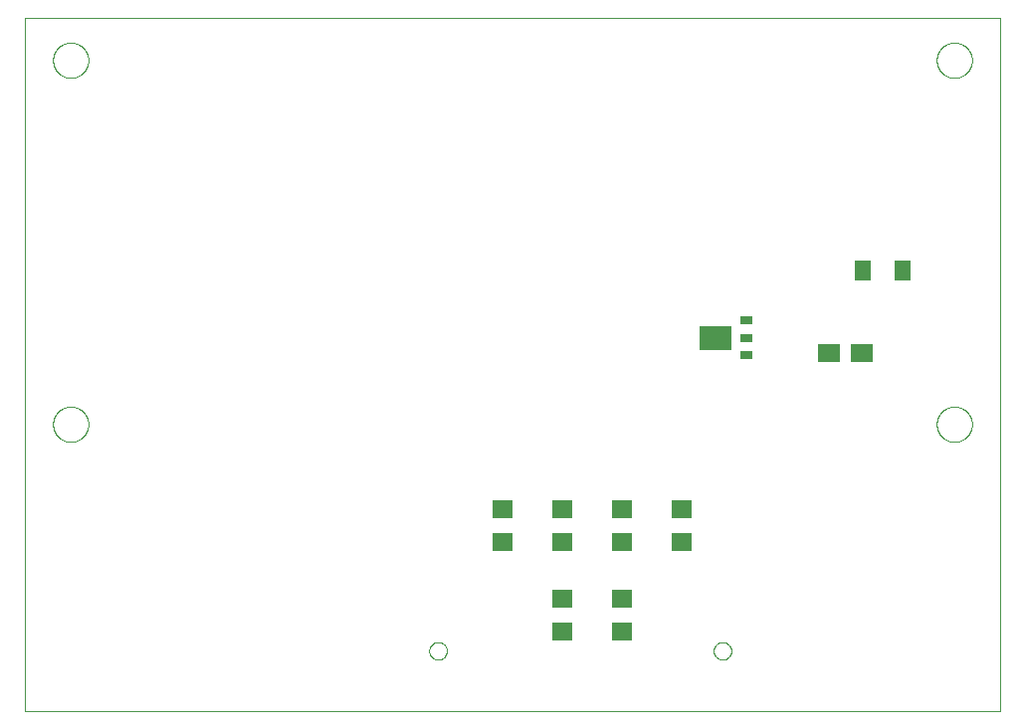
<source format=gbp>
G75*
%MOIN*%
%OFA0B0*%
%FSLAX25Y25*%
%IPPOS*%
%LPD*%
%AMOC8*
5,1,8,0,0,1.08239X$1,22.5*
%
%ADD10C,0.00000*%
%ADD11R,0.07677X0.05906*%
%ADD12R,0.05512X0.07087*%
%ADD13R,0.04331X0.02756*%
%ADD14R,0.11024X0.07874*%
%ADD15R,0.07087X0.06299*%
D10*
X0001500Y0001500D02*
X0001500Y0233783D01*
X0328272Y0233783D01*
X0328272Y0001500D01*
X0001500Y0001500D01*
X0011094Y0097500D02*
X0011096Y0097653D01*
X0011102Y0097807D01*
X0011112Y0097960D01*
X0011126Y0098112D01*
X0011144Y0098265D01*
X0011166Y0098416D01*
X0011191Y0098567D01*
X0011221Y0098718D01*
X0011255Y0098868D01*
X0011292Y0099016D01*
X0011333Y0099164D01*
X0011378Y0099310D01*
X0011427Y0099456D01*
X0011480Y0099600D01*
X0011536Y0099742D01*
X0011596Y0099883D01*
X0011660Y0100023D01*
X0011727Y0100161D01*
X0011798Y0100297D01*
X0011873Y0100431D01*
X0011950Y0100563D01*
X0012032Y0100693D01*
X0012116Y0100821D01*
X0012204Y0100947D01*
X0012295Y0101070D01*
X0012389Y0101191D01*
X0012487Y0101309D01*
X0012587Y0101425D01*
X0012691Y0101538D01*
X0012797Y0101649D01*
X0012906Y0101757D01*
X0013018Y0101862D01*
X0013132Y0101963D01*
X0013250Y0102062D01*
X0013369Y0102158D01*
X0013491Y0102251D01*
X0013616Y0102340D01*
X0013743Y0102427D01*
X0013872Y0102509D01*
X0014003Y0102589D01*
X0014136Y0102665D01*
X0014271Y0102738D01*
X0014408Y0102807D01*
X0014547Y0102872D01*
X0014687Y0102934D01*
X0014829Y0102992D01*
X0014972Y0103047D01*
X0015117Y0103098D01*
X0015263Y0103145D01*
X0015410Y0103188D01*
X0015558Y0103227D01*
X0015707Y0103263D01*
X0015857Y0103294D01*
X0016008Y0103322D01*
X0016159Y0103346D01*
X0016312Y0103366D01*
X0016464Y0103382D01*
X0016617Y0103394D01*
X0016770Y0103402D01*
X0016923Y0103406D01*
X0017077Y0103406D01*
X0017230Y0103402D01*
X0017383Y0103394D01*
X0017536Y0103382D01*
X0017688Y0103366D01*
X0017841Y0103346D01*
X0017992Y0103322D01*
X0018143Y0103294D01*
X0018293Y0103263D01*
X0018442Y0103227D01*
X0018590Y0103188D01*
X0018737Y0103145D01*
X0018883Y0103098D01*
X0019028Y0103047D01*
X0019171Y0102992D01*
X0019313Y0102934D01*
X0019453Y0102872D01*
X0019592Y0102807D01*
X0019729Y0102738D01*
X0019864Y0102665D01*
X0019997Y0102589D01*
X0020128Y0102509D01*
X0020257Y0102427D01*
X0020384Y0102340D01*
X0020509Y0102251D01*
X0020631Y0102158D01*
X0020750Y0102062D01*
X0020868Y0101963D01*
X0020982Y0101862D01*
X0021094Y0101757D01*
X0021203Y0101649D01*
X0021309Y0101538D01*
X0021413Y0101425D01*
X0021513Y0101309D01*
X0021611Y0101191D01*
X0021705Y0101070D01*
X0021796Y0100947D01*
X0021884Y0100821D01*
X0021968Y0100693D01*
X0022050Y0100563D01*
X0022127Y0100431D01*
X0022202Y0100297D01*
X0022273Y0100161D01*
X0022340Y0100023D01*
X0022404Y0099883D01*
X0022464Y0099742D01*
X0022520Y0099600D01*
X0022573Y0099456D01*
X0022622Y0099310D01*
X0022667Y0099164D01*
X0022708Y0099016D01*
X0022745Y0098868D01*
X0022779Y0098718D01*
X0022809Y0098567D01*
X0022834Y0098416D01*
X0022856Y0098265D01*
X0022874Y0098112D01*
X0022888Y0097960D01*
X0022898Y0097807D01*
X0022904Y0097653D01*
X0022906Y0097500D01*
X0022904Y0097347D01*
X0022898Y0097193D01*
X0022888Y0097040D01*
X0022874Y0096888D01*
X0022856Y0096735D01*
X0022834Y0096584D01*
X0022809Y0096433D01*
X0022779Y0096282D01*
X0022745Y0096132D01*
X0022708Y0095984D01*
X0022667Y0095836D01*
X0022622Y0095690D01*
X0022573Y0095544D01*
X0022520Y0095400D01*
X0022464Y0095258D01*
X0022404Y0095117D01*
X0022340Y0094977D01*
X0022273Y0094839D01*
X0022202Y0094703D01*
X0022127Y0094569D01*
X0022050Y0094437D01*
X0021968Y0094307D01*
X0021884Y0094179D01*
X0021796Y0094053D01*
X0021705Y0093930D01*
X0021611Y0093809D01*
X0021513Y0093691D01*
X0021413Y0093575D01*
X0021309Y0093462D01*
X0021203Y0093351D01*
X0021094Y0093243D01*
X0020982Y0093138D01*
X0020868Y0093037D01*
X0020750Y0092938D01*
X0020631Y0092842D01*
X0020509Y0092749D01*
X0020384Y0092660D01*
X0020257Y0092573D01*
X0020128Y0092491D01*
X0019997Y0092411D01*
X0019864Y0092335D01*
X0019729Y0092262D01*
X0019592Y0092193D01*
X0019453Y0092128D01*
X0019313Y0092066D01*
X0019171Y0092008D01*
X0019028Y0091953D01*
X0018883Y0091902D01*
X0018737Y0091855D01*
X0018590Y0091812D01*
X0018442Y0091773D01*
X0018293Y0091737D01*
X0018143Y0091706D01*
X0017992Y0091678D01*
X0017841Y0091654D01*
X0017688Y0091634D01*
X0017536Y0091618D01*
X0017383Y0091606D01*
X0017230Y0091598D01*
X0017077Y0091594D01*
X0016923Y0091594D01*
X0016770Y0091598D01*
X0016617Y0091606D01*
X0016464Y0091618D01*
X0016312Y0091634D01*
X0016159Y0091654D01*
X0016008Y0091678D01*
X0015857Y0091706D01*
X0015707Y0091737D01*
X0015558Y0091773D01*
X0015410Y0091812D01*
X0015263Y0091855D01*
X0015117Y0091902D01*
X0014972Y0091953D01*
X0014829Y0092008D01*
X0014687Y0092066D01*
X0014547Y0092128D01*
X0014408Y0092193D01*
X0014271Y0092262D01*
X0014136Y0092335D01*
X0014003Y0092411D01*
X0013872Y0092491D01*
X0013743Y0092573D01*
X0013616Y0092660D01*
X0013491Y0092749D01*
X0013369Y0092842D01*
X0013250Y0092938D01*
X0013132Y0093037D01*
X0013018Y0093138D01*
X0012906Y0093243D01*
X0012797Y0093351D01*
X0012691Y0093462D01*
X0012587Y0093575D01*
X0012487Y0093691D01*
X0012389Y0093809D01*
X0012295Y0093930D01*
X0012204Y0094053D01*
X0012116Y0094179D01*
X0012032Y0094307D01*
X0011950Y0094437D01*
X0011873Y0094569D01*
X0011798Y0094703D01*
X0011727Y0094839D01*
X0011660Y0094977D01*
X0011596Y0095117D01*
X0011536Y0095258D01*
X0011480Y0095400D01*
X0011427Y0095544D01*
X0011378Y0095690D01*
X0011333Y0095836D01*
X0011292Y0095984D01*
X0011255Y0096132D01*
X0011221Y0096282D01*
X0011191Y0096433D01*
X0011166Y0096584D01*
X0011144Y0096735D01*
X0011126Y0096888D01*
X0011112Y0097040D01*
X0011102Y0097193D01*
X0011096Y0097347D01*
X0011094Y0097500D01*
X0137090Y0021541D02*
X0137092Y0021649D01*
X0137098Y0021758D01*
X0137108Y0021866D01*
X0137122Y0021973D01*
X0137140Y0022080D01*
X0137161Y0022187D01*
X0137187Y0022292D01*
X0137217Y0022397D01*
X0137250Y0022500D01*
X0137287Y0022602D01*
X0137328Y0022702D01*
X0137372Y0022801D01*
X0137421Y0022899D01*
X0137472Y0022994D01*
X0137527Y0023087D01*
X0137586Y0023179D01*
X0137648Y0023268D01*
X0137713Y0023355D01*
X0137781Y0023439D01*
X0137852Y0023521D01*
X0137926Y0023600D01*
X0138003Y0023676D01*
X0138083Y0023750D01*
X0138166Y0023820D01*
X0138251Y0023888D01*
X0138338Y0023952D01*
X0138428Y0024013D01*
X0138520Y0024071D01*
X0138614Y0024125D01*
X0138710Y0024176D01*
X0138807Y0024223D01*
X0138907Y0024267D01*
X0139008Y0024307D01*
X0139110Y0024343D01*
X0139213Y0024375D01*
X0139318Y0024404D01*
X0139424Y0024428D01*
X0139530Y0024449D01*
X0139637Y0024466D01*
X0139745Y0024479D01*
X0139853Y0024488D01*
X0139962Y0024493D01*
X0140070Y0024494D01*
X0140179Y0024491D01*
X0140287Y0024484D01*
X0140395Y0024473D01*
X0140502Y0024458D01*
X0140609Y0024439D01*
X0140715Y0024416D01*
X0140820Y0024390D01*
X0140925Y0024359D01*
X0141027Y0024325D01*
X0141129Y0024287D01*
X0141229Y0024245D01*
X0141328Y0024200D01*
X0141425Y0024151D01*
X0141519Y0024098D01*
X0141612Y0024042D01*
X0141703Y0023983D01*
X0141792Y0023920D01*
X0141878Y0023855D01*
X0141962Y0023786D01*
X0142043Y0023714D01*
X0142121Y0023639D01*
X0142197Y0023561D01*
X0142270Y0023480D01*
X0142340Y0023397D01*
X0142406Y0023312D01*
X0142470Y0023224D01*
X0142530Y0023133D01*
X0142587Y0023041D01*
X0142640Y0022946D01*
X0142690Y0022850D01*
X0142736Y0022752D01*
X0142779Y0022652D01*
X0142818Y0022551D01*
X0142853Y0022448D01*
X0142885Y0022345D01*
X0142912Y0022240D01*
X0142936Y0022134D01*
X0142956Y0022027D01*
X0142972Y0021920D01*
X0142984Y0021812D01*
X0142992Y0021704D01*
X0142996Y0021595D01*
X0142996Y0021487D01*
X0142992Y0021378D01*
X0142984Y0021270D01*
X0142972Y0021162D01*
X0142956Y0021055D01*
X0142936Y0020948D01*
X0142912Y0020842D01*
X0142885Y0020737D01*
X0142853Y0020634D01*
X0142818Y0020531D01*
X0142779Y0020430D01*
X0142736Y0020330D01*
X0142690Y0020232D01*
X0142640Y0020136D01*
X0142587Y0020041D01*
X0142530Y0019949D01*
X0142470Y0019858D01*
X0142406Y0019770D01*
X0142340Y0019685D01*
X0142270Y0019602D01*
X0142197Y0019521D01*
X0142121Y0019443D01*
X0142043Y0019368D01*
X0141962Y0019296D01*
X0141878Y0019227D01*
X0141792Y0019162D01*
X0141703Y0019099D01*
X0141612Y0019040D01*
X0141520Y0018984D01*
X0141425Y0018931D01*
X0141328Y0018882D01*
X0141229Y0018837D01*
X0141129Y0018795D01*
X0141027Y0018757D01*
X0140925Y0018723D01*
X0140820Y0018692D01*
X0140715Y0018666D01*
X0140609Y0018643D01*
X0140502Y0018624D01*
X0140395Y0018609D01*
X0140287Y0018598D01*
X0140179Y0018591D01*
X0140070Y0018588D01*
X0139962Y0018589D01*
X0139853Y0018594D01*
X0139745Y0018603D01*
X0139637Y0018616D01*
X0139530Y0018633D01*
X0139424Y0018654D01*
X0139318Y0018678D01*
X0139213Y0018707D01*
X0139110Y0018739D01*
X0139008Y0018775D01*
X0138907Y0018815D01*
X0138807Y0018859D01*
X0138710Y0018906D01*
X0138614Y0018957D01*
X0138520Y0019011D01*
X0138428Y0019069D01*
X0138338Y0019130D01*
X0138251Y0019194D01*
X0138166Y0019262D01*
X0138083Y0019332D01*
X0138003Y0019406D01*
X0137926Y0019482D01*
X0137852Y0019561D01*
X0137781Y0019643D01*
X0137713Y0019727D01*
X0137648Y0019814D01*
X0137586Y0019903D01*
X0137527Y0019995D01*
X0137472Y0020088D01*
X0137421Y0020183D01*
X0137372Y0020281D01*
X0137328Y0020380D01*
X0137287Y0020480D01*
X0137250Y0020582D01*
X0137217Y0020685D01*
X0137187Y0020790D01*
X0137161Y0020895D01*
X0137140Y0021002D01*
X0137122Y0021109D01*
X0137108Y0021216D01*
X0137098Y0021324D01*
X0137092Y0021433D01*
X0137090Y0021541D01*
X0232366Y0021541D02*
X0232368Y0021649D01*
X0232374Y0021758D01*
X0232384Y0021866D01*
X0232398Y0021973D01*
X0232416Y0022080D01*
X0232437Y0022187D01*
X0232463Y0022292D01*
X0232493Y0022397D01*
X0232526Y0022500D01*
X0232563Y0022602D01*
X0232604Y0022702D01*
X0232648Y0022801D01*
X0232697Y0022899D01*
X0232748Y0022994D01*
X0232803Y0023087D01*
X0232862Y0023179D01*
X0232924Y0023268D01*
X0232989Y0023355D01*
X0233057Y0023439D01*
X0233128Y0023521D01*
X0233202Y0023600D01*
X0233279Y0023676D01*
X0233359Y0023750D01*
X0233442Y0023820D01*
X0233527Y0023888D01*
X0233614Y0023952D01*
X0233704Y0024013D01*
X0233796Y0024071D01*
X0233890Y0024125D01*
X0233986Y0024176D01*
X0234083Y0024223D01*
X0234183Y0024267D01*
X0234284Y0024307D01*
X0234386Y0024343D01*
X0234489Y0024375D01*
X0234594Y0024404D01*
X0234700Y0024428D01*
X0234806Y0024449D01*
X0234913Y0024466D01*
X0235021Y0024479D01*
X0235129Y0024488D01*
X0235238Y0024493D01*
X0235346Y0024494D01*
X0235455Y0024491D01*
X0235563Y0024484D01*
X0235671Y0024473D01*
X0235778Y0024458D01*
X0235885Y0024439D01*
X0235991Y0024416D01*
X0236096Y0024390D01*
X0236201Y0024359D01*
X0236303Y0024325D01*
X0236405Y0024287D01*
X0236505Y0024245D01*
X0236604Y0024200D01*
X0236701Y0024151D01*
X0236795Y0024098D01*
X0236888Y0024042D01*
X0236979Y0023983D01*
X0237068Y0023920D01*
X0237154Y0023855D01*
X0237238Y0023786D01*
X0237319Y0023714D01*
X0237397Y0023639D01*
X0237473Y0023561D01*
X0237546Y0023480D01*
X0237616Y0023397D01*
X0237682Y0023312D01*
X0237746Y0023224D01*
X0237806Y0023133D01*
X0237863Y0023041D01*
X0237916Y0022946D01*
X0237966Y0022850D01*
X0238012Y0022752D01*
X0238055Y0022652D01*
X0238094Y0022551D01*
X0238129Y0022448D01*
X0238161Y0022345D01*
X0238188Y0022240D01*
X0238212Y0022134D01*
X0238232Y0022027D01*
X0238248Y0021920D01*
X0238260Y0021812D01*
X0238268Y0021704D01*
X0238272Y0021595D01*
X0238272Y0021487D01*
X0238268Y0021378D01*
X0238260Y0021270D01*
X0238248Y0021162D01*
X0238232Y0021055D01*
X0238212Y0020948D01*
X0238188Y0020842D01*
X0238161Y0020737D01*
X0238129Y0020634D01*
X0238094Y0020531D01*
X0238055Y0020430D01*
X0238012Y0020330D01*
X0237966Y0020232D01*
X0237916Y0020136D01*
X0237863Y0020041D01*
X0237806Y0019949D01*
X0237746Y0019858D01*
X0237682Y0019770D01*
X0237616Y0019685D01*
X0237546Y0019602D01*
X0237473Y0019521D01*
X0237397Y0019443D01*
X0237319Y0019368D01*
X0237238Y0019296D01*
X0237154Y0019227D01*
X0237068Y0019162D01*
X0236979Y0019099D01*
X0236888Y0019040D01*
X0236796Y0018984D01*
X0236701Y0018931D01*
X0236604Y0018882D01*
X0236505Y0018837D01*
X0236405Y0018795D01*
X0236303Y0018757D01*
X0236201Y0018723D01*
X0236096Y0018692D01*
X0235991Y0018666D01*
X0235885Y0018643D01*
X0235778Y0018624D01*
X0235671Y0018609D01*
X0235563Y0018598D01*
X0235455Y0018591D01*
X0235346Y0018588D01*
X0235238Y0018589D01*
X0235129Y0018594D01*
X0235021Y0018603D01*
X0234913Y0018616D01*
X0234806Y0018633D01*
X0234700Y0018654D01*
X0234594Y0018678D01*
X0234489Y0018707D01*
X0234386Y0018739D01*
X0234284Y0018775D01*
X0234183Y0018815D01*
X0234083Y0018859D01*
X0233986Y0018906D01*
X0233890Y0018957D01*
X0233796Y0019011D01*
X0233704Y0019069D01*
X0233614Y0019130D01*
X0233527Y0019194D01*
X0233442Y0019262D01*
X0233359Y0019332D01*
X0233279Y0019406D01*
X0233202Y0019482D01*
X0233128Y0019561D01*
X0233057Y0019643D01*
X0232989Y0019727D01*
X0232924Y0019814D01*
X0232862Y0019903D01*
X0232803Y0019995D01*
X0232748Y0020088D01*
X0232697Y0020183D01*
X0232648Y0020281D01*
X0232604Y0020380D01*
X0232563Y0020480D01*
X0232526Y0020582D01*
X0232493Y0020685D01*
X0232463Y0020790D01*
X0232437Y0020895D01*
X0232416Y0021002D01*
X0232398Y0021109D01*
X0232384Y0021216D01*
X0232374Y0021324D01*
X0232368Y0021433D01*
X0232366Y0021541D01*
X0307094Y0097500D02*
X0307096Y0097653D01*
X0307102Y0097807D01*
X0307112Y0097960D01*
X0307126Y0098112D01*
X0307144Y0098265D01*
X0307166Y0098416D01*
X0307191Y0098567D01*
X0307221Y0098718D01*
X0307255Y0098868D01*
X0307292Y0099016D01*
X0307333Y0099164D01*
X0307378Y0099310D01*
X0307427Y0099456D01*
X0307480Y0099600D01*
X0307536Y0099742D01*
X0307596Y0099883D01*
X0307660Y0100023D01*
X0307727Y0100161D01*
X0307798Y0100297D01*
X0307873Y0100431D01*
X0307950Y0100563D01*
X0308032Y0100693D01*
X0308116Y0100821D01*
X0308204Y0100947D01*
X0308295Y0101070D01*
X0308389Y0101191D01*
X0308487Y0101309D01*
X0308587Y0101425D01*
X0308691Y0101538D01*
X0308797Y0101649D01*
X0308906Y0101757D01*
X0309018Y0101862D01*
X0309132Y0101963D01*
X0309250Y0102062D01*
X0309369Y0102158D01*
X0309491Y0102251D01*
X0309616Y0102340D01*
X0309743Y0102427D01*
X0309872Y0102509D01*
X0310003Y0102589D01*
X0310136Y0102665D01*
X0310271Y0102738D01*
X0310408Y0102807D01*
X0310547Y0102872D01*
X0310687Y0102934D01*
X0310829Y0102992D01*
X0310972Y0103047D01*
X0311117Y0103098D01*
X0311263Y0103145D01*
X0311410Y0103188D01*
X0311558Y0103227D01*
X0311707Y0103263D01*
X0311857Y0103294D01*
X0312008Y0103322D01*
X0312159Y0103346D01*
X0312312Y0103366D01*
X0312464Y0103382D01*
X0312617Y0103394D01*
X0312770Y0103402D01*
X0312923Y0103406D01*
X0313077Y0103406D01*
X0313230Y0103402D01*
X0313383Y0103394D01*
X0313536Y0103382D01*
X0313688Y0103366D01*
X0313841Y0103346D01*
X0313992Y0103322D01*
X0314143Y0103294D01*
X0314293Y0103263D01*
X0314442Y0103227D01*
X0314590Y0103188D01*
X0314737Y0103145D01*
X0314883Y0103098D01*
X0315028Y0103047D01*
X0315171Y0102992D01*
X0315313Y0102934D01*
X0315453Y0102872D01*
X0315592Y0102807D01*
X0315729Y0102738D01*
X0315864Y0102665D01*
X0315997Y0102589D01*
X0316128Y0102509D01*
X0316257Y0102427D01*
X0316384Y0102340D01*
X0316509Y0102251D01*
X0316631Y0102158D01*
X0316750Y0102062D01*
X0316868Y0101963D01*
X0316982Y0101862D01*
X0317094Y0101757D01*
X0317203Y0101649D01*
X0317309Y0101538D01*
X0317413Y0101425D01*
X0317513Y0101309D01*
X0317611Y0101191D01*
X0317705Y0101070D01*
X0317796Y0100947D01*
X0317884Y0100821D01*
X0317968Y0100693D01*
X0318050Y0100563D01*
X0318127Y0100431D01*
X0318202Y0100297D01*
X0318273Y0100161D01*
X0318340Y0100023D01*
X0318404Y0099883D01*
X0318464Y0099742D01*
X0318520Y0099600D01*
X0318573Y0099456D01*
X0318622Y0099310D01*
X0318667Y0099164D01*
X0318708Y0099016D01*
X0318745Y0098868D01*
X0318779Y0098718D01*
X0318809Y0098567D01*
X0318834Y0098416D01*
X0318856Y0098265D01*
X0318874Y0098112D01*
X0318888Y0097960D01*
X0318898Y0097807D01*
X0318904Y0097653D01*
X0318906Y0097500D01*
X0318904Y0097347D01*
X0318898Y0097193D01*
X0318888Y0097040D01*
X0318874Y0096888D01*
X0318856Y0096735D01*
X0318834Y0096584D01*
X0318809Y0096433D01*
X0318779Y0096282D01*
X0318745Y0096132D01*
X0318708Y0095984D01*
X0318667Y0095836D01*
X0318622Y0095690D01*
X0318573Y0095544D01*
X0318520Y0095400D01*
X0318464Y0095258D01*
X0318404Y0095117D01*
X0318340Y0094977D01*
X0318273Y0094839D01*
X0318202Y0094703D01*
X0318127Y0094569D01*
X0318050Y0094437D01*
X0317968Y0094307D01*
X0317884Y0094179D01*
X0317796Y0094053D01*
X0317705Y0093930D01*
X0317611Y0093809D01*
X0317513Y0093691D01*
X0317413Y0093575D01*
X0317309Y0093462D01*
X0317203Y0093351D01*
X0317094Y0093243D01*
X0316982Y0093138D01*
X0316868Y0093037D01*
X0316750Y0092938D01*
X0316631Y0092842D01*
X0316509Y0092749D01*
X0316384Y0092660D01*
X0316257Y0092573D01*
X0316128Y0092491D01*
X0315997Y0092411D01*
X0315864Y0092335D01*
X0315729Y0092262D01*
X0315592Y0092193D01*
X0315453Y0092128D01*
X0315313Y0092066D01*
X0315171Y0092008D01*
X0315028Y0091953D01*
X0314883Y0091902D01*
X0314737Y0091855D01*
X0314590Y0091812D01*
X0314442Y0091773D01*
X0314293Y0091737D01*
X0314143Y0091706D01*
X0313992Y0091678D01*
X0313841Y0091654D01*
X0313688Y0091634D01*
X0313536Y0091618D01*
X0313383Y0091606D01*
X0313230Y0091598D01*
X0313077Y0091594D01*
X0312923Y0091594D01*
X0312770Y0091598D01*
X0312617Y0091606D01*
X0312464Y0091618D01*
X0312312Y0091634D01*
X0312159Y0091654D01*
X0312008Y0091678D01*
X0311857Y0091706D01*
X0311707Y0091737D01*
X0311558Y0091773D01*
X0311410Y0091812D01*
X0311263Y0091855D01*
X0311117Y0091902D01*
X0310972Y0091953D01*
X0310829Y0092008D01*
X0310687Y0092066D01*
X0310547Y0092128D01*
X0310408Y0092193D01*
X0310271Y0092262D01*
X0310136Y0092335D01*
X0310003Y0092411D01*
X0309872Y0092491D01*
X0309743Y0092573D01*
X0309616Y0092660D01*
X0309491Y0092749D01*
X0309369Y0092842D01*
X0309250Y0092938D01*
X0309132Y0093037D01*
X0309018Y0093138D01*
X0308906Y0093243D01*
X0308797Y0093351D01*
X0308691Y0093462D01*
X0308587Y0093575D01*
X0308487Y0093691D01*
X0308389Y0093809D01*
X0308295Y0093930D01*
X0308204Y0094053D01*
X0308116Y0094179D01*
X0308032Y0094307D01*
X0307950Y0094437D01*
X0307873Y0094569D01*
X0307798Y0094703D01*
X0307727Y0094839D01*
X0307660Y0094977D01*
X0307596Y0095117D01*
X0307536Y0095258D01*
X0307480Y0095400D01*
X0307427Y0095544D01*
X0307378Y0095690D01*
X0307333Y0095836D01*
X0307292Y0095984D01*
X0307255Y0096132D01*
X0307221Y0096282D01*
X0307191Y0096433D01*
X0307166Y0096584D01*
X0307144Y0096735D01*
X0307126Y0096888D01*
X0307112Y0097040D01*
X0307102Y0097193D01*
X0307096Y0097347D01*
X0307094Y0097500D01*
X0307094Y0219500D02*
X0307096Y0219653D01*
X0307102Y0219807D01*
X0307112Y0219960D01*
X0307126Y0220112D01*
X0307144Y0220265D01*
X0307166Y0220416D01*
X0307191Y0220567D01*
X0307221Y0220718D01*
X0307255Y0220868D01*
X0307292Y0221016D01*
X0307333Y0221164D01*
X0307378Y0221310D01*
X0307427Y0221456D01*
X0307480Y0221600D01*
X0307536Y0221742D01*
X0307596Y0221883D01*
X0307660Y0222023D01*
X0307727Y0222161D01*
X0307798Y0222297D01*
X0307873Y0222431D01*
X0307950Y0222563D01*
X0308032Y0222693D01*
X0308116Y0222821D01*
X0308204Y0222947D01*
X0308295Y0223070D01*
X0308389Y0223191D01*
X0308487Y0223309D01*
X0308587Y0223425D01*
X0308691Y0223538D01*
X0308797Y0223649D01*
X0308906Y0223757D01*
X0309018Y0223862D01*
X0309132Y0223963D01*
X0309250Y0224062D01*
X0309369Y0224158D01*
X0309491Y0224251D01*
X0309616Y0224340D01*
X0309743Y0224427D01*
X0309872Y0224509D01*
X0310003Y0224589D01*
X0310136Y0224665D01*
X0310271Y0224738D01*
X0310408Y0224807D01*
X0310547Y0224872D01*
X0310687Y0224934D01*
X0310829Y0224992D01*
X0310972Y0225047D01*
X0311117Y0225098D01*
X0311263Y0225145D01*
X0311410Y0225188D01*
X0311558Y0225227D01*
X0311707Y0225263D01*
X0311857Y0225294D01*
X0312008Y0225322D01*
X0312159Y0225346D01*
X0312312Y0225366D01*
X0312464Y0225382D01*
X0312617Y0225394D01*
X0312770Y0225402D01*
X0312923Y0225406D01*
X0313077Y0225406D01*
X0313230Y0225402D01*
X0313383Y0225394D01*
X0313536Y0225382D01*
X0313688Y0225366D01*
X0313841Y0225346D01*
X0313992Y0225322D01*
X0314143Y0225294D01*
X0314293Y0225263D01*
X0314442Y0225227D01*
X0314590Y0225188D01*
X0314737Y0225145D01*
X0314883Y0225098D01*
X0315028Y0225047D01*
X0315171Y0224992D01*
X0315313Y0224934D01*
X0315453Y0224872D01*
X0315592Y0224807D01*
X0315729Y0224738D01*
X0315864Y0224665D01*
X0315997Y0224589D01*
X0316128Y0224509D01*
X0316257Y0224427D01*
X0316384Y0224340D01*
X0316509Y0224251D01*
X0316631Y0224158D01*
X0316750Y0224062D01*
X0316868Y0223963D01*
X0316982Y0223862D01*
X0317094Y0223757D01*
X0317203Y0223649D01*
X0317309Y0223538D01*
X0317413Y0223425D01*
X0317513Y0223309D01*
X0317611Y0223191D01*
X0317705Y0223070D01*
X0317796Y0222947D01*
X0317884Y0222821D01*
X0317968Y0222693D01*
X0318050Y0222563D01*
X0318127Y0222431D01*
X0318202Y0222297D01*
X0318273Y0222161D01*
X0318340Y0222023D01*
X0318404Y0221883D01*
X0318464Y0221742D01*
X0318520Y0221600D01*
X0318573Y0221456D01*
X0318622Y0221310D01*
X0318667Y0221164D01*
X0318708Y0221016D01*
X0318745Y0220868D01*
X0318779Y0220718D01*
X0318809Y0220567D01*
X0318834Y0220416D01*
X0318856Y0220265D01*
X0318874Y0220112D01*
X0318888Y0219960D01*
X0318898Y0219807D01*
X0318904Y0219653D01*
X0318906Y0219500D01*
X0318904Y0219347D01*
X0318898Y0219193D01*
X0318888Y0219040D01*
X0318874Y0218888D01*
X0318856Y0218735D01*
X0318834Y0218584D01*
X0318809Y0218433D01*
X0318779Y0218282D01*
X0318745Y0218132D01*
X0318708Y0217984D01*
X0318667Y0217836D01*
X0318622Y0217690D01*
X0318573Y0217544D01*
X0318520Y0217400D01*
X0318464Y0217258D01*
X0318404Y0217117D01*
X0318340Y0216977D01*
X0318273Y0216839D01*
X0318202Y0216703D01*
X0318127Y0216569D01*
X0318050Y0216437D01*
X0317968Y0216307D01*
X0317884Y0216179D01*
X0317796Y0216053D01*
X0317705Y0215930D01*
X0317611Y0215809D01*
X0317513Y0215691D01*
X0317413Y0215575D01*
X0317309Y0215462D01*
X0317203Y0215351D01*
X0317094Y0215243D01*
X0316982Y0215138D01*
X0316868Y0215037D01*
X0316750Y0214938D01*
X0316631Y0214842D01*
X0316509Y0214749D01*
X0316384Y0214660D01*
X0316257Y0214573D01*
X0316128Y0214491D01*
X0315997Y0214411D01*
X0315864Y0214335D01*
X0315729Y0214262D01*
X0315592Y0214193D01*
X0315453Y0214128D01*
X0315313Y0214066D01*
X0315171Y0214008D01*
X0315028Y0213953D01*
X0314883Y0213902D01*
X0314737Y0213855D01*
X0314590Y0213812D01*
X0314442Y0213773D01*
X0314293Y0213737D01*
X0314143Y0213706D01*
X0313992Y0213678D01*
X0313841Y0213654D01*
X0313688Y0213634D01*
X0313536Y0213618D01*
X0313383Y0213606D01*
X0313230Y0213598D01*
X0313077Y0213594D01*
X0312923Y0213594D01*
X0312770Y0213598D01*
X0312617Y0213606D01*
X0312464Y0213618D01*
X0312312Y0213634D01*
X0312159Y0213654D01*
X0312008Y0213678D01*
X0311857Y0213706D01*
X0311707Y0213737D01*
X0311558Y0213773D01*
X0311410Y0213812D01*
X0311263Y0213855D01*
X0311117Y0213902D01*
X0310972Y0213953D01*
X0310829Y0214008D01*
X0310687Y0214066D01*
X0310547Y0214128D01*
X0310408Y0214193D01*
X0310271Y0214262D01*
X0310136Y0214335D01*
X0310003Y0214411D01*
X0309872Y0214491D01*
X0309743Y0214573D01*
X0309616Y0214660D01*
X0309491Y0214749D01*
X0309369Y0214842D01*
X0309250Y0214938D01*
X0309132Y0215037D01*
X0309018Y0215138D01*
X0308906Y0215243D01*
X0308797Y0215351D01*
X0308691Y0215462D01*
X0308587Y0215575D01*
X0308487Y0215691D01*
X0308389Y0215809D01*
X0308295Y0215930D01*
X0308204Y0216053D01*
X0308116Y0216179D01*
X0308032Y0216307D01*
X0307950Y0216437D01*
X0307873Y0216569D01*
X0307798Y0216703D01*
X0307727Y0216839D01*
X0307660Y0216977D01*
X0307596Y0217117D01*
X0307536Y0217258D01*
X0307480Y0217400D01*
X0307427Y0217544D01*
X0307378Y0217690D01*
X0307333Y0217836D01*
X0307292Y0217984D01*
X0307255Y0218132D01*
X0307221Y0218282D01*
X0307191Y0218433D01*
X0307166Y0218584D01*
X0307144Y0218735D01*
X0307126Y0218888D01*
X0307112Y0219040D01*
X0307102Y0219193D01*
X0307096Y0219347D01*
X0307094Y0219500D01*
X0011094Y0219500D02*
X0011096Y0219653D01*
X0011102Y0219807D01*
X0011112Y0219960D01*
X0011126Y0220112D01*
X0011144Y0220265D01*
X0011166Y0220416D01*
X0011191Y0220567D01*
X0011221Y0220718D01*
X0011255Y0220868D01*
X0011292Y0221016D01*
X0011333Y0221164D01*
X0011378Y0221310D01*
X0011427Y0221456D01*
X0011480Y0221600D01*
X0011536Y0221742D01*
X0011596Y0221883D01*
X0011660Y0222023D01*
X0011727Y0222161D01*
X0011798Y0222297D01*
X0011873Y0222431D01*
X0011950Y0222563D01*
X0012032Y0222693D01*
X0012116Y0222821D01*
X0012204Y0222947D01*
X0012295Y0223070D01*
X0012389Y0223191D01*
X0012487Y0223309D01*
X0012587Y0223425D01*
X0012691Y0223538D01*
X0012797Y0223649D01*
X0012906Y0223757D01*
X0013018Y0223862D01*
X0013132Y0223963D01*
X0013250Y0224062D01*
X0013369Y0224158D01*
X0013491Y0224251D01*
X0013616Y0224340D01*
X0013743Y0224427D01*
X0013872Y0224509D01*
X0014003Y0224589D01*
X0014136Y0224665D01*
X0014271Y0224738D01*
X0014408Y0224807D01*
X0014547Y0224872D01*
X0014687Y0224934D01*
X0014829Y0224992D01*
X0014972Y0225047D01*
X0015117Y0225098D01*
X0015263Y0225145D01*
X0015410Y0225188D01*
X0015558Y0225227D01*
X0015707Y0225263D01*
X0015857Y0225294D01*
X0016008Y0225322D01*
X0016159Y0225346D01*
X0016312Y0225366D01*
X0016464Y0225382D01*
X0016617Y0225394D01*
X0016770Y0225402D01*
X0016923Y0225406D01*
X0017077Y0225406D01*
X0017230Y0225402D01*
X0017383Y0225394D01*
X0017536Y0225382D01*
X0017688Y0225366D01*
X0017841Y0225346D01*
X0017992Y0225322D01*
X0018143Y0225294D01*
X0018293Y0225263D01*
X0018442Y0225227D01*
X0018590Y0225188D01*
X0018737Y0225145D01*
X0018883Y0225098D01*
X0019028Y0225047D01*
X0019171Y0224992D01*
X0019313Y0224934D01*
X0019453Y0224872D01*
X0019592Y0224807D01*
X0019729Y0224738D01*
X0019864Y0224665D01*
X0019997Y0224589D01*
X0020128Y0224509D01*
X0020257Y0224427D01*
X0020384Y0224340D01*
X0020509Y0224251D01*
X0020631Y0224158D01*
X0020750Y0224062D01*
X0020868Y0223963D01*
X0020982Y0223862D01*
X0021094Y0223757D01*
X0021203Y0223649D01*
X0021309Y0223538D01*
X0021413Y0223425D01*
X0021513Y0223309D01*
X0021611Y0223191D01*
X0021705Y0223070D01*
X0021796Y0222947D01*
X0021884Y0222821D01*
X0021968Y0222693D01*
X0022050Y0222563D01*
X0022127Y0222431D01*
X0022202Y0222297D01*
X0022273Y0222161D01*
X0022340Y0222023D01*
X0022404Y0221883D01*
X0022464Y0221742D01*
X0022520Y0221600D01*
X0022573Y0221456D01*
X0022622Y0221310D01*
X0022667Y0221164D01*
X0022708Y0221016D01*
X0022745Y0220868D01*
X0022779Y0220718D01*
X0022809Y0220567D01*
X0022834Y0220416D01*
X0022856Y0220265D01*
X0022874Y0220112D01*
X0022888Y0219960D01*
X0022898Y0219807D01*
X0022904Y0219653D01*
X0022906Y0219500D01*
X0022904Y0219347D01*
X0022898Y0219193D01*
X0022888Y0219040D01*
X0022874Y0218888D01*
X0022856Y0218735D01*
X0022834Y0218584D01*
X0022809Y0218433D01*
X0022779Y0218282D01*
X0022745Y0218132D01*
X0022708Y0217984D01*
X0022667Y0217836D01*
X0022622Y0217690D01*
X0022573Y0217544D01*
X0022520Y0217400D01*
X0022464Y0217258D01*
X0022404Y0217117D01*
X0022340Y0216977D01*
X0022273Y0216839D01*
X0022202Y0216703D01*
X0022127Y0216569D01*
X0022050Y0216437D01*
X0021968Y0216307D01*
X0021884Y0216179D01*
X0021796Y0216053D01*
X0021705Y0215930D01*
X0021611Y0215809D01*
X0021513Y0215691D01*
X0021413Y0215575D01*
X0021309Y0215462D01*
X0021203Y0215351D01*
X0021094Y0215243D01*
X0020982Y0215138D01*
X0020868Y0215037D01*
X0020750Y0214938D01*
X0020631Y0214842D01*
X0020509Y0214749D01*
X0020384Y0214660D01*
X0020257Y0214573D01*
X0020128Y0214491D01*
X0019997Y0214411D01*
X0019864Y0214335D01*
X0019729Y0214262D01*
X0019592Y0214193D01*
X0019453Y0214128D01*
X0019313Y0214066D01*
X0019171Y0214008D01*
X0019028Y0213953D01*
X0018883Y0213902D01*
X0018737Y0213855D01*
X0018590Y0213812D01*
X0018442Y0213773D01*
X0018293Y0213737D01*
X0018143Y0213706D01*
X0017992Y0213678D01*
X0017841Y0213654D01*
X0017688Y0213634D01*
X0017536Y0213618D01*
X0017383Y0213606D01*
X0017230Y0213598D01*
X0017077Y0213594D01*
X0016923Y0213594D01*
X0016770Y0213598D01*
X0016617Y0213606D01*
X0016464Y0213618D01*
X0016312Y0213634D01*
X0016159Y0213654D01*
X0016008Y0213678D01*
X0015857Y0213706D01*
X0015707Y0213737D01*
X0015558Y0213773D01*
X0015410Y0213812D01*
X0015263Y0213855D01*
X0015117Y0213902D01*
X0014972Y0213953D01*
X0014829Y0214008D01*
X0014687Y0214066D01*
X0014547Y0214128D01*
X0014408Y0214193D01*
X0014271Y0214262D01*
X0014136Y0214335D01*
X0014003Y0214411D01*
X0013872Y0214491D01*
X0013743Y0214573D01*
X0013616Y0214660D01*
X0013491Y0214749D01*
X0013369Y0214842D01*
X0013250Y0214938D01*
X0013132Y0215037D01*
X0013018Y0215138D01*
X0012906Y0215243D01*
X0012797Y0215351D01*
X0012691Y0215462D01*
X0012587Y0215575D01*
X0012487Y0215691D01*
X0012389Y0215809D01*
X0012295Y0215930D01*
X0012204Y0216053D01*
X0012116Y0216179D01*
X0012032Y0216307D01*
X0011950Y0216437D01*
X0011873Y0216569D01*
X0011798Y0216703D01*
X0011727Y0216839D01*
X0011660Y0216977D01*
X0011596Y0217117D01*
X0011536Y0217258D01*
X0011480Y0217400D01*
X0011427Y0217544D01*
X0011378Y0217690D01*
X0011333Y0217836D01*
X0011292Y0217984D01*
X0011255Y0218132D01*
X0011221Y0218282D01*
X0011191Y0218433D01*
X0011166Y0218584D01*
X0011144Y0218735D01*
X0011126Y0218888D01*
X0011112Y0219040D01*
X0011102Y0219193D01*
X0011096Y0219347D01*
X0011094Y0219500D01*
D11*
X0271087Y0121500D03*
X0281913Y0121500D03*
D12*
X0282307Y0149000D03*
X0295693Y0149000D03*
D13*
X0243390Y0132406D03*
X0243390Y0126500D03*
X0243390Y0120594D03*
D14*
X0232957Y0126500D03*
D15*
X0221500Y0069012D03*
X0221500Y0057988D03*
X0201500Y0057988D03*
X0201500Y0069012D03*
X0181500Y0069012D03*
X0181500Y0057988D03*
X0161500Y0057988D03*
X0161500Y0069012D03*
X0181500Y0039012D03*
X0181500Y0027988D03*
X0201500Y0027988D03*
X0201500Y0039012D03*
M02*

</source>
